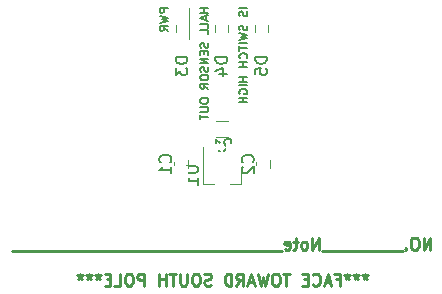
<source format=gbo>
G04 #@! TF.FileFunction,Legend,Bot*
%FSLAX46Y46*%
G04 Gerber Fmt 4.6, Leading zero omitted, Abs format (unit mm)*
G04 Created by KiCad (PCBNEW 4.0.7) date 02/24/18 20:28:21*
%MOMM*%
%LPD*%
G01*
G04 APERTURE LIST*
%ADD10C,0.100000*%
%ADD11C,0.250000*%
%ADD12C,0.175000*%
%ADD13C,0.120000*%
%ADD14C,0.150000*%
%ADD15R,1.150000X1.600000*%
%ADD16R,1.300000X1.600000*%
%ADD17R,2.100000X2.100000*%
%ADD18O,2.100000X2.100000*%
%ADD19R,2.686000X2.178000*%
%ADD20C,3.956000*%
%ADD21R,1.600000X1.300000*%
%ADD22R,1.200000X2.300000*%
%ADD23C,3.400000*%
G04 APERTURE END LIST*
D10*
D11*
X177361243Y-130119381D02*
X177361243Y-129119381D01*
X176789814Y-130119381D01*
X176789814Y-129119381D01*
X176123148Y-129119381D02*
X175932671Y-129119381D01*
X175837433Y-129167000D01*
X175742195Y-129262238D01*
X175694576Y-129452714D01*
X175694576Y-129786048D01*
X175742195Y-129976524D01*
X175837433Y-130071762D01*
X175932671Y-130119381D01*
X176123148Y-130119381D01*
X176218386Y-130071762D01*
X176313624Y-129976524D01*
X176361243Y-129786048D01*
X176361243Y-129452714D01*
X176313624Y-129262238D01*
X176218386Y-129167000D01*
X176123148Y-129119381D01*
X175266005Y-130024143D02*
X175218386Y-130071762D01*
X175266005Y-130119381D01*
X175313624Y-130071762D01*
X175266005Y-130024143D01*
X175266005Y-130119381D01*
X175027910Y-130214619D02*
X174266005Y-130214619D01*
X174266005Y-130214619D02*
X173504100Y-130214619D01*
X173504100Y-130214619D02*
X172742195Y-130214619D01*
X172742195Y-130214619D02*
X171980290Y-130214619D01*
X171980290Y-130214619D02*
X171218385Y-130214619D01*
X171218385Y-130214619D02*
X170456480Y-130214619D01*
X170456480Y-130214619D02*
X169694575Y-130214619D01*
X169694575Y-130214619D02*
X168932670Y-130214619D01*
X168932670Y-130214619D02*
X168170765Y-130214619D01*
X167932670Y-130119381D02*
X167932670Y-129119381D01*
X167361241Y-130119381D01*
X167361241Y-129119381D01*
X166742194Y-130119381D02*
X166837432Y-130071762D01*
X166885051Y-130024143D01*
X166932670Y-129928905D01*
X166932670Y-129643190D01*
X166885051Y-129547952D01*
X166837432Y-129500333D01*
X166742194Y-129452714D01*
X166599336Y-129452714D01*
X166504098Y-129500333D01*
X166456479Y-129547952D01*
X166408860Y-129643190D01*
X166408860Y-129928905D01*
X166456479Y-130024143D01*
X166504098Y-130071762D01*
X166599336Y-130119381D01*
X166742194Y-130119381D01*
X166123146Y-129452714D02*
X165742194Y-129452714D01*
X165980289Y-129119381D02*
X165980289Y-129976524D01*
X165932670Y-130071762D01*
X165837432Y-130119381D01*
X165742194Y-130119381D01*
X165027907Y-130071762D02*
X165123145Y-130119381D01*
X165313622Y-130119381D01*
X165408860Y-130071762D01*
X165456479Y-129976524D01*
X165456479Y-129595571D01*
X165408860Y-129500333D01*
X165313622Y-129452714D01*
X165123145Y-129452714D01*
X165027907Y-129500333D01*
X164980288Y-129595571D01*
X164980288Y-129690810D01*
X165456479Y-129786048D01*
X164789812Y-130214619D02*
X164027907Y-130214619D01*
X164027907Y-130214619D02*
X163266002Y-130214619D01*
X163266002Y-130214619D02*
X162504097Y-130214619D01*
X162504097Y-130214619D02*
X161742192Y-130214619D01*
X161742192Y-130214619D02*
X160980287Y-130214619D01*
X160980287Y-130214619D02*
X160218382Y-130214619D01*
X160218382Y-130214619D02*
X159456477Y-130214619D01*
X159456477Y-130214619D02*
X158694572Y-130214619D01*
X158694572Y-130214619D02*
X157932667Y-130214619D01*
X157932667Y-130214619D02*
X157170762Y-130214619D01*
X157170762Y-130214619D02*
X156408857Y-130214619D01*
X156408857Y-130214619D02*
X155646952Y-130214619D01*
X155646952Y-130214619D02*
X154885047Y-130214619D01*
X154885047Y-130214619D02*
X154123142Y-130214619D01*
X154123142Y-130214619D02*
X153361237Y-130214619D01*
X153361237Y-130214619D02*
X152599332Y-130214619D01*
X152599332Y-130214619D02*
X151837427Y-130214619D01*
X151837427Y-130214619D02*
X151075522Y-130214619D01*
X151075522Y-130214619D02*
X150313617Y-130214619D01*
X150313617Y-130214619D02*
X149551712Y-130214619D01*
X149551712Y-130214619D02*
X148789807Y-130214619D01*
X148789807Y-130214619D02*
X148027902Y-130214619D01*
X148027902Y-130214619D02*
X147265997Y-130214619D01*
X147265997Y-130214619D02*
X146504092Y-130214619D01*
X146504092Y-130214619D02*
X145742187Y-130214619D01*
X145742187Y-130214619D02*
X144980282Y-130214619D01*
X144980282Y-130214619D02*
X144218377Y-130214619D01*
X144218377Y-130214619D02*
X143456472Y-130214619D01*
X143456472Y-130214619D02*
X142694567Y-130214619D01*
X142694567Y-130214619D02*
X141932662Y-130214619D01*
X171837430Y-132167381D02*
X171837430Y-132405476D01*
X172075525Y-132310238D02*
X171837430Y-132405476D01*
X171599334Y-132310238D01*
X171980287Y-132595952D02*
X171837430Y-132405476D01*
X171694572Y-132595952D01*
X171075525Y-132167381D02*
X171075525Y-132405476D01*
X171313620Y-132310238D02*
X171075525Y-132405476D01*
X170837429Y-132310238D01*
X171218382Y-132595952D02*
X171075525Y-132405476D01*
X170932667Y-132595952D01*
X170313620Y-132167381D02*
X170313620Y-132405476D01*
X170551715Y-132310238D02*
X170313620Y-132405476D01*
X170075524Y-132310238D01*
X170456477Y-132595952D02*
X170313620Y-132405476D01*
X170170762Y-132595952D01*
X169361238Y-132643571D02*
X169694572Y-132643571D01*
X169694572Y-133167381D02*
X169694572Y-132167381D01*
X169218381Y-132167381D01*
X168885048Y-132881667D02*
X168408857Y-132881667D01*
X168980286Y-133167381D02*
X168646953Y-132167381D01*
X168313619Y-133167381D01*
X167408857Y-133072143D02*
X167456476Y-133119762D01*
X167599333Y-133167381D01*
X167694571Y-133167381D01*
X167837429Y-133119762D01*
X167932667Y-133024524D01*
X167980286Y-132929286D01*
X168027905Y-132738810D01*
X168027905Y-132595952D01*
X167980286Y-132405476D01*
X167932667Y-132310238D01*
X167837429Y-132215000D01*
X167694571Y-132167381D01*
X167599333Y-132167381D01*
X167456476Y-132215000D01*
X167408857Y-132262619D01*
X166980286Y-132643571D02*
X166646952Y-132643571D01*
X166504095Y-133167381D02*
X166980286Y-133167381D01*
X166980286Y-132167381D01*
X166504095Y-132167381D01*
X165456476Y-132167381D02*
X164885047Y-132167381D01*
X165170762Y-133167381D02*
X165170762Y-132167381D01*
X164361238Y-132167381D02*
X164170761Y-132167381D01*
X164075523Y-132215000D01*
X163980285Y-132310238D01*
X163932666Y-132500714D01*
X163932666Y-132834048D01*
X163980285Y-133024524D01*
X164075523Y-133119762D01*
X164170761Y-133167381D01*
X164361238Y-133167381D01*
X164456476Y-133119762D01*
X164551714Y-133024524D01*
X164599333Y-132834048D01*
X164599333Y-132500714D01*
X164551714Y-132310238D01*
X164456476Y-132215000D01*
X164361238Y-132167381D01*
X163599333Y-132167381D02*
X163361238Y-133167381D01*
X163170761Y-132453095D01*
X162980285Y-133167381D01*
X162742190Y-132167381D01*
X162408857Y-132881667D02*
X161932666Y-132881667D01*
X162504095Y-133167381D02*
X162170762Y-132167381D01*
X161837428Y-133167381D01*
X160932666Y-133167381D02*
X161266000Y-132691190D01*
X161504095Y-133167381D02*
X161504095Y-132167381D01*
X161123142Y-132167381D01*
X161027904Y-132215000D01*
X160980285Y-132262619D01*
X160932666Y-132357857D01*
X160932666Y-132500714D01*
X160980285Y-132595952D01*
X161027904Y-132643571D01*
X161123142Y-132691190D01*
X161504095Y-132691190D01*
X160504095Y-133167381D02*
X160504095Y-132167381D01*
X160266000Y-132167381D01*
X160123142Y-132215000D01*
X160027904Y-132310238D01*
X159980285Y-132405476D01*
X159932666Y-132595952D01*
X159932666Y-132738810D01*
X159980285Y-132929286D01*
X160027904Y-133024524D01*
X160123142Y-133119762D01*
X160266000Y-133167381D01*
X160504095Y-133167381D01*
X158789809Y-133119762D02*
X158646952Y-133167381D01*
X158408856Y-133167381D01*
X158313618Y-133119762D01*
X158265999Y-133072143D01*
X158218380Y-132976905D01*
X158218380Y-132881667D01*
X158265999Y-132786429D01*
X158313618Y-132738810D01*
X158408856Y-132691190D01*
X158599333Y-132643571D01*
X158694571Y-132595952D01*
X158742190Y-132548333D01*
X158789809Y-132453095D01*
X158789809Y-132357857D01*
X158742190Y-132262619D01*
X158694571Y-132215000D01*
X158599333Y-132167381D01*
X158361237Y-132167381D01*
X158218380Y-132215000D01*
X157599333Y-132167381D02*
X157408856Y-132167381D01*
X157313618Y-132215000D01*
X157218380Y-132310238D01*
X157170761Y-132500714D01*
X157170761Y-132834048D01*
X157218380Y-133024524D01*
X157313618Y-133119762D01*
X157408856Y-133167381D01*
X157599333Y-133167381D01*
X157694571Y-133119762D01*
X157789809Y-133024524D01*
X157837428Y-132834048D01*
X157837428Y-132500714D01*
X157789809Y-132310238D01*
X157694571Y-132215000D01*
X157599333Y-132167381D01*
X156742190Y-132167381D02*
X156742190Y-132976905D01*
X156694571Y-133072143D01*
X156646952Y-133119762D01*
X156551714Y-133167381D01*
X156361237Y-133167381D01*
X156265999Y-133119762D01*
X156218380Y-133072143D01*
X156170761Y-132976905D01*
X156170761Y-132167381D01*
X155837428Y-132167381D02*
X155265999Y-132167381D01*
X155551714Y-133167381D02*
X155551714Y-132167381D01*
X154932666Y-133167381D02*
X154932666Y-132167381D01*
X154932666Y-132643571D02*
X154361237Y-132643571D01*
X154361237Y-133167381D02*
X154361237Y-132167381D01*
X153123142Y-133167381D02*
X153123142Y-132167381D01*
X152742189Y-132167381D01*
X152646951Y-132215000D01*
X152599332Y-132262619D01*
X152551713Y-132357857D01*
X152551713Y-132500714D01*
X152599332Y-132595952D01*
X152646951Y-132643571D01*
X152742189Y-132691190D01*
X153123142Y-132691190D01*
X151932666Y-132167381D02*
X151742189Y-132167381D01*
X151646951Y-132215000D01*
X151551713Y-132310238D01*
X151504094Y-132500714D01*
X151504094Y-132834048D01*
X151551713Y-133024524D01*
X151646951Y-133119762D01*
X151742189Y-133167381D01*
X151932666Y-133167381D01*
X152027904Y-133119762D01*
X152123142Y-133024524D01*
X152170761Y-132834048D01*
X152170761Y-132500714D01*
X152123142Y-132310238D01*
X152027904Y-132215000D01*
X151932666Y-132167381D01*
X150599332Y-133167381D02*
X151075523Y-133167381D01*
X151075523Y-132167381D01*
X150265999Y-132643571D02*
X149932665Y-132643571D01*
X149789808Y-133167381D02*
X150265999Y-133167381D01*
X150265999Y-132167381D01*
X149789808Y-132167381D01*
X149218380Y-132167381D02*
X149218380Y-132405476D01*
X149456475Y-132310238D02*
X149218380Y-132405476D01*
X148980284Y-132310238D01*
X149361237Y-132595952D02*
X149218380Y-132405476D01*
X149075522Y-132595952D01*
X148456475Y-132167381D02*
X148456475Y-132405476D01*
X148694570Y-132310238D02*
X148456475Y-132405476D01*
X148218379Y-132310238D01*
X148599332Y-132595952D02*
X148456475Y-132405476D01*
X148313617Y-132595952D01*
X147694570Y-132167381D02*
X147694570Y-132405476D01*
X147932665Y-132310238D02*
X147694570Y-132405476D01*
X147456474Y-132310238D01*
X147837427Y-132595952D02*
X147694570Y-132405476D01*
X147551712Y-132595952D01*
D12*
X161860667Y-109665002D02*
X161160667Y-109665002D01*
X161827333Y-109965001D02*
X161860667Y-110065001D01*
X161860667Y-110231668D01*
X161827333Y-110298335D01*
X161794000Y-110331668D01*
X161727333Y-110365001D01*
X161660667Y-110365001D01*
X161594000Y-110331668D01*
X161560667Y-110298335D01*
X161527333Y-110231668D01*
X161494000Y-110098335D01*
X161460667Y-110031668D01*
X161427333Y-109998335D01*
X161360667Y-109965001D01*
X161294000Y-109965001D01*
X161227333Y-109998335D01*
X161194000Y-110031668D01*
X161160667Y-110098335D01*
X161160667Y-110265001D01*
X161194000Y-110365001D01*
X161827333Y-111165001D02*
X161860667Y-111265001D01*
X161860667Y-111431668D01*
X161827333Y-111498335D01*
X161794000Y-111531668D01*
X161727333Y-111565001D01*
X161660667Y-111565001D01*
X161594000Y-111531668D01*
X161560667Y-111498335D01*
X161527333Y-111431668D01*
X161494000Y-111298335D01*
X161460667Y-111231668D01*
X161427333Y-111198335D01*
X161360667Y-111165001D01*
X161294000Y-111165001D01*
X161227333Y-111198335D01*
X161194000Y-111231668D01*
X161160667Y-111298335D01*
X161160667Y-111465001D01*
X161194000Y-111565001D01*
X161160667Y-111798335D02*
X161860667Y-111965002D01*
X161360667Y-112098335D01*
X161860667Y-112231668D01*
X161160667Y-112398335D01*
X161860667Y-112665002D02*
X161160667Y-112665002D01*
X161160667Y-112898335D02*
X161160667Y-113298335D01*
X161860667Y-113098335D02*
X161160667Y-113098335D01*
X161794000Y-113931668D02*
X161827333Y-113898334D01*
X161860667Y-113798334D01*
X161860667Y-113731668D01*
X161827333Y-113631668D01*
X161760667Y-113565001D01*
X161694000Y-113531668D01*
X161560667Y-113498334D01*
X161460667Y-113498334D01*
X161327333Y-113531668D01*
X161260667Y-113565001D01*
X161194000Y-113631668D01*
X161160667Y-113731668D01*
X161160667Y-113798334D01*
X161194000Y-113898334D01*
X161227333Y-113931668D01*
X161860667Y-114231668D02*
X161160667Y-114231668D01*
X161494000Y-114231668D02*
X161494000Y-114631668D01*
X161860667Y-114631668D02*
X161160667Y-114631668D01*
X161860667Y-115498334D02*
X161160667Y-115498334D01*
X161494000Y-115498334D02*
X161494000Y-115898334D01*
X161860667Y-115898334D02*
X161160667Y-115898334D01*
X161860667Y-116231667D02*
X161160667Y-116231667D01*
X161194000Y-116931666D02*
X161160667Y-116865000D01*
X161160667Y-116765000D01*
X161194000Y-116665000D01*
X161260667Y-116598333D01*
X161327333Y-116565000D01*
X161460667Y-116531666D01*
X161560667Y-116531666D01*
X161694000Y-116565000D01*
X161760667Y-116598333D01*
X161827333Y-116665000D01*
X161860667Y-116765000D01*
X161860667Y-116831666D01*
X161827333Y-116931666D01*
X161794000Y-116965000D01*
X161560667Y-116965000D01*
X161560667Y-116831666D01*
X161860667Y-117265000D02*
X161160667Y-117265000D01*
X161494000Y-117265000D02*
X161494000Y-117665000D01*
X161860667Y-117665000D02*
X161160667Y-117665000D01*
X158558667Y-109658735D02*
X157858667Y-109658735D01*
X158192000Y-109658735D02*
X158192000Y-110058735D01*
X158558667Y-110058735D02*
X157858667Y-110058735D01*
X158358667Y-110358734D02*
X158358667Y-110692068D01*
X158558667Y-110292068D02*
X157858667Y-110525401D01*
X158558667Y-110758734D01*
X158558667Y-111325401D02*
X158558667Y-110992068D01*
X157858667Y-110992068D01*
X158558667Y-111892068D02*
X158558667Y-111558735D01*
X157858667Y-111558735D01*
X158525333Y-112625401D02*
X158558667Y-112725401D01*
X158558667Y-112892068D01*
X158525333Y-112958735D01*
X158492000Y-112992068D01*
X158425333Y-113025401D01*
X158358667Y-113025401D01*
X158292000Y-112992068D01*
X158258667Y-112958735D01*
X158225333Y-112892068D01*
X158192000Y-112758735D01*
X158158667Y-112692068D01*
X158125333Y-112658735D01*
X158058667Y-112625401D01*
X157992000Y-112625401D01*
X157925333Y-112658735D01*
X157892000Y-112692068D01*
X157858667Y-112758735D01*
X157858667Y-112925401D01*
X157892000Y-113025401D01*
X158192000Y-113325402D02*
X158192000Y-113558735D01*
X158558667Y-113658735D02*
X158558667Y-113325402D01*
X157858667Y-113325402D01*
X157858667Y-113658735D01*
X158558667Y-113958735D02*
X157858667Y-113958735D01*
X158558667Y-114358735D01*
X157858667Y-114358735D01*
X158525333Y-114658734D02*
X158558667Y-114758734D01*
X158558667Y-114925401D01*
X158525333Y-114992068D01*
X158492000Y-115025401D01*
X158425333Y-115058734D01*
X158358667Y-115058734D01*
X158292000Y-115025401D01*
X158258667Y-114992068D01*
X158225333Y-114925401D01*
X158192000Y-114792068D01*
X158158667Y-114725401D01*
X158125333Y-114692068D01*
X158058667Y-114658734D01*
X157992000Y-114658734D01*
X157925333Y-114692068D01*
X157892000Y-114725401D01*
X157858667Y-114792068D01*
X157858667Y-114958734D01*
X157892000Y-115058734D01*
X157858667Y-115492068D02*
X157858667Y-115625401D01*
X157892000Y-115692068D01*
X157958667Y-115758735D01*
X158092000Y-115792068D01*
X158325333Y-115792068D01*
X158458667Y-115758735D01*
X158525333Y-115692068D01*
X158558667Y-115625401D01*
X158558667Y-115492068D01*
X158525333Y-115425401D01*
X158458667Y-115358735D01*
X158325333Y-115325401D01*
X158092000Y-115325401D01*
X157958667Y-115358735D01*
X157892000Y-115425401D01*
X157858667Y-115492068D01*
X158558667Y-116492068D02*
X158225333Y-116258734D01*
X158558667Y-116092068D02*
X157858667Y-116092068D01*
X157858667Y-116358734D01*
X157892000Y-116425401D01*
X157925333Y-116458734D01*
X157992000Y-116492068D01*
X158092000Y-116492068D01*
X158158667Y-116458734D01*
X158192000Y-116425401D01*
X158225333Y-116358734D01*
X158225333Y-116092068D01*
X157858667Y-117458734D02*
X157858667Y-117592067D01*
X157892000Y-117658734D01*
X157958667Y-117725401D01*
X158092000Y-117758734D01*
X158325333Y-117758734D01*
X158458667Y-117725401D01*
X158525333Y-117658734D01*
X158558667Y-117592067D01*
X158558667Y-117458734D01*
X158525333Y-117392067D01*
X158458667Y-117325401D01*
X158325333Y-117292067D01*
X158092000Y-117292067D01*
X157958667Y-117325401D01*
X157892000Y-117392067D01*
X157858667Y-117458734D01*
X157858667Y-118058734D02*
X158425333Y-118058734D01*
X158492000Y-118092067D01*
X158525333Y-118125400D01*
X158558667Y-118192067D01*
X158558667Y-118325400D01*
X158525333Y-118392067D01*
X158492000Y-118425400D01*
X158425333Y-118458734D01*
X157858667Y-118458734D01*
X157858667Y-118692067D02*
X157858667Y-119092067D01*
X158558667Y-118892067D02*
X157858667Y-118892067D01*
X155129667Y-109683667D02*
X154429667Y-109683667D01*
X154429667Y-109950333D01*
X154463000Y-110017000D01*
X154496333Y-110050333D01*
X154563000Y-110083667D01*
X154663000Y-110083667D01*
X154729667Y-110050333D01*
X154763000Y-110017000D01*
X154796333Y-109950333D01*
X154796333Y-109683667D01*
X154429667Y-110317000D02*
X155129667Y-110483667D01*
X154629667Y-110617000D01*
X155129667Y-110750333D01*
X154429667Y-110917000D01*
X155129667Y-111583667D02*
X154796333Y-111350333D01*
X155129667Y-111183667D02*
X154429667Y-111183667D01*
X154429667Y-111450333D01*
X154463000Y-111517000D01*
X154496333Y-111550333D01*
X154563000Y-111583667D01*
X154663000Y-111583667D01*
X154729667Y-111550333D01*
X154763000Y-111517000D01*
X154796333Y-111450333D01*
X154796333Y-111183667D01*
D13*
X155610000Y-122545400D02*
X155610000Y-123245400D01*
X156810000Y-123245400D02*
X156810000Y-122545400D01*
X162595000Y-122545400D02*
X162595000Y-123245400D01*
X163795000Y-123245400D02*
X163795000Y-122545400D01*
X155787000Y-109663000D02*
X156887000Y-109663000D01*
X156887000Y-109663000D02*
X156887000Y-112263000D01*
X155787000Y-109663000D02*
X155787000Y-112263000D01*
X159150000Y-109663000D02*
X160250000Y-109663000D01*
X160250000Y-109663000D02*
X160250000Y-112263000D01*
X159150000Y-109663000D02*
X159150000Y-112263000D01*
X162518000Y-109663000D02*
X163618000Y-109663000D01*
X163618000Y-109663000D02*
X163618000Y-112263000D01*
X162518000Y-109663000D02*
X162518000Y-112263000D01*
X160232800Y-119208000D02*
X159232800Y-119208000D01*
X159232800Y-120568000D02*
X160232800Y-120568000D01*
X161280000Y-124585000D02*
X160350000Y-124585000D01*
X158120000Y-124585000D02*
X159050000Y-124585000D01*
X158120000Y-124585000D02*
X158120000Y-121425000D01*
X161280000Y-124585000D02*
X161280000Y-123125000D01*
D14*
X155317143Y-122728734D02*
X155364762Y-122681115D01*
X155412381Y-122538258D01*
X155412381Y-122443020D01*
X155364762Y-122300162D01*
X155269524Y-122204924D01*
X155174286Y-122157305D01*
X154983810Y-122109686D01*
X154840952Y-122109686D01*
X154650476Y-122157305D01*
X154555238Y-122204924D01*
X154460000Y-122300162D01*
X154412381Y-122443020D01*
X154412381Y-122538258D01*
X154460000Y-122681115D01*
X154507619Y-122728734D01*
X155412381Y-123681115D02*
X155412381Y-123109686D01*
X155412381Y-123395400D02*
X154412381Y-123395400D01*
X154555238Y-123300162D01*
X154650476Y-123204924D01*
X154698095Y-123109686D01*
X162302143Y-122728734D02*
X162349762Y-122681115D01*
X162397381Y-122538258D01*
X162397381Y-122443020D01*
X162349762Y-122300162D01*
X162254524Y-122204924D01*
X162159286Y-122157305D01*
X161968810Y-122109686D01*
X161825952Y-122109686D01*
X161635476Y-122157305D01*
X161540238Y-122204924D01*
X161445000Y-122300162D01*
X161397381Y-122443020D01*
X161397381Y-122538258D01*
X161445000Y-122681115D01*
X161492619Y-122728734D01*
X161492619Y-123109686D02*
X161445000Y-123157305D01*
X161397381Y-123252543D01*
X161397381Y-123490639D01*
X161445000Y-123585877D01*
X161492619Y-123633496D01*
X161587857Y-123681115D01*
X161683095Y-123681115D01*
X161825952Y-123633496D01*
X162397381Y-123062067D01*
X162397381Y-123681115D01*
X156789381Y-113815905D02*
X155789381Y-113815905D01*
X155789381Y-114054000D01*
X155837000Y-114196858D01*
X155932238Y-114292096D01*
X156027476Y-114339715D01*
X156217952Y-114387334D01*
X156360810Y-114387334D01*
X156551286Y-114339715D01*
X156646524Y-114292096D01*
X156741762Y-114196858D01*
X156789381Y-114054000D01*
X156789381Y-113815905D01*
X155789381Y-114720667D02*
X155789381Y-115339715D01*
X156170333Y-115006381D01*
X156170333Y-115149239D01*
X156217952Y-115244477D01*
X156265571Y-115292096D01*
X156360810Y-115339715D01*
X156598905Y-115339715D01*
X156694143Y-115292096D01*
X156741762Y-115244477D01*
X156789381Y-115149239D01*
X156789381Y-114863524D01*
X156741762Y-114768286D01*
X156694143Y-114720667D01*
X160152381Y-113815905D02*
X159152381Y-113815905D01*
X159152381Y-114054000D01*
X159200000Y-114196858D01*
X159295238Y-114292096D01*
X159390476Y-114339715D01*
X159580952Y-114387334D01*
X159723810Y-114387334D01*
X159914286Y-114339715D01*
X160009524Y-114292096D01*
X160104762Y-114196858D01*
X160152381Y-114054000D01*
X160152381Y-113815905D01*
X159485714Y-115244477D02*
X160152381Y-115244477D01*
X159104762Y-115006381D02*
X159819048Y-114768286D01*
X159819048Y-115387334D01*
X163520381Y-113815905D02*
X162520381Y-113815905D01*
X162520381Y-114054000D01*
X162568000Y-114196858D01*
X162663238Y-114292096D01*
X162758476Y-114339715D01*
X162948952Y-114387334D01*
X163091810Y-114387334D01*
X163282286Y-114339715D01*
X163377524Y-114292096D01*
X163472762Y-114196858D01*
X163520381Y-114054000D01*
X163520381Y-113815905D01*
X162520381Y-115292096D02*
X162520381Y-114815905D01*
X162996571Y-114768286D01*
X162948952Y-114815905D01*
X162901333Y-114911143D01*
X162901333Y-115149239D01*
X162948952Y-115244477D01*
X162996571Y-115292096D01*
X163091810Y-115339715D01*
X163329905Y-115339715D01*
X163425143Y-115292096D01*
X163472762Y-115244477D01*
X163520381Y-115149239D01*
X163520381Y-114911143D01*
X163472762Y-114815905D01*
X163425143Y-114768286D01*
X159899466Y-121790381D02*
X160232800Y-121314190D01*
X160470895Y-121790381D02*
X160470895Y-120790381D01*
X160089942Y-120790381D01*
X159994704Y-120838000D01*
X159947085Y-120885619D01*
X159899466Y-120980857D01*
X159899466Y-121123714D01*
X159947085Y-121218952D01*
X159994704Y-121266571D01*
X160089942Y-121314190D01*
X160470895Y-121314190D01*
X158947085Y-121790381D02*
X159518514Y-121790381D01*
X159232800Y-121790381D02*
X159232800Y-120790381D01*
X159328038Y-120933238D01*
X159423276Y-121028476D01*
X159518514Y-121076095D01*
X156652381Y-123063095D02*
X157461905Y-123063095D01*
X157557143Y-123110714D01*
X157604762Y-123158333D01*
X157652381Y-123253571D01*
X157652381Y-123444048D01*
X157604762Y-123539286D01*
X157557143Y-123586905D01*
X157461905Y-123634524D01*
X156652381Y-123634524D01*
X157652381Y-124634524D02*
X157652381Y-124063095D01*
X157652381Y-124348809D02*
X156652381Y-124348809D01*
X156795238Y-124253571D01*
X156890476Y-124158333D01*
X156938095Y-124063095D01*
%LPC*%
D15*
X156210000Y-121945400D03*
X156210000Y-123845400D03*
X163195000Y-121945400D03*
X163195000Y-123845400D03*
D16*
X156337000Y-110363000D03*
X156337000Y-112563000D03*
X159700000Y-110363000D03*
X159700000Y-112563000D03*
X163068000Y-110363000D03*
X163068000Y-112563000D03*
D17*
X167894000Y-136779000D03*
D18*
X165354000Y-136779000D03*
X162814000Y-136779000D03*
D19*
X175133000Y-124460000D03*
X175133000Y-121920000D03*
D20*
X144780000Y-126619000D03*
X144780000Y-121488200D03*
D21*
X158632800Y-119888000D03*
X160832800Y-119888000D03*
D22*
X158750000Y-122325000D03*
X160650000Y-122325000D03*
X159700000Y-125325000D03*
D23*
X143510000Y-135890000D03*
X143510000Y-111760000D03*
X175895000Y-111760000D03*
X175920400Y-135890000D03*
M02*

</source>
